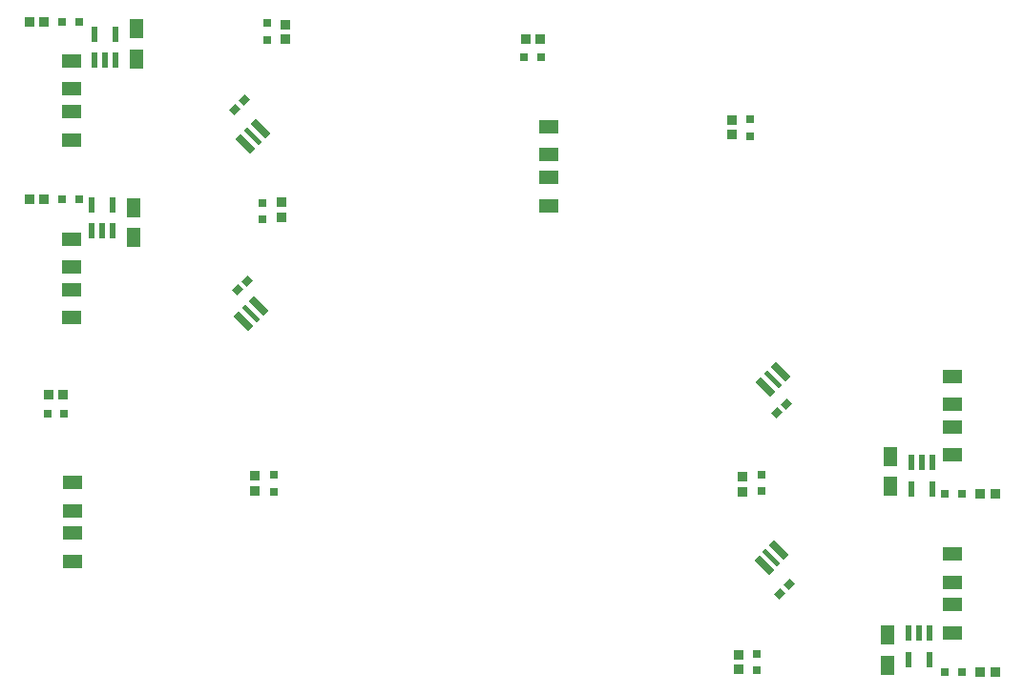
<source format=gbp>
G04*
G04 #@! TF.GenerationSoftware,Altium Limited,Altium Designer,22.10.1 (41)*
G04*
G04 Layer_Color=128*
%FSTAX24Y24*%
%MOIN*%
G70*
G04*
G04 #@! TF.SameCoordinates,A34DC46A-7450-461F-AC4F-9E147ECCBACE*
G04*
G04*
G04 #@! TF.FilePolarity,Positive*
G04*
G01*
G75*
G04:AMPARAMS|DCode=20|XSize=23.6mil|YSize=74.8mil|CornerRadius=0mil|HoleSize=0mil|Usage=FLASHONLY|Rotation=45.000|XOffset=0mil|YOffset=0mil|HoleType=Round|Shape=Rectangle|*
%AMROTATEDRECTD20*
4,1,4,0.0181,-0.0348,-0.0348,0.0181,-0.0181,0.0348,0.0348,-0.0181,0.0181,-0.0348,0.0*
%
%ADD20ROTATEDRECTD20*%

G04:AMPARAMS|DCode=21|XSize=15.7mil|YSize=74.8mil|CornerRadius=0mil|HoleSize=0mil|Usage=FLASHONLY|Rotation=45.000|XOffset=0mil|YOffset=0mil|HoleType=Round|Shape=Rectangle|*
%AMROTATEDRECTD21*
4,1,4,0.0209,-0.0320,-0.0320,0.0209,-0.0209,0.0320,0.0320,-0.0209,0.0209,-0.0320,0.0*
%
%ADD21ROTATEDRECTD21*%

G04:AMPARAMS|DCode=22|XSize=23.6mil|YSize=29.5mil|CornerRadius=0mil|HoleSize=0mil|Usage=FLASHONLY|Rotation=135.000|XOffset=0mil|YOffset=0mil|HoleType=Round|Shape=Rectangle|*
%AMROTATEDRECTD22*
4,1,4,0.0188,0.0021,-0.0021,-0.0188,-0.0188,-0.0021,0.0021,0.0188,0.0188,0.0021,0.0*
%
%ADD22ROTATEDRECTD22*%

%ADD27R,0.0374X0.0335*%
%ADD37R,0.0236X0.0520*%
%ADD38R,0.0484X0.0709*%
%ADD54R,0.0335X0.0374*%
%ADD68R,0.0315X0.0315*%
%ADD69R,0.0315X0.0315*%
%ADD70R,0.0669X0.0512*%
%ADD71R,0.0315X0.0315*%
D20*
X012324Y023305D02*
D03*
X011795Y022776D02*
D03*
X02992Y008034D02*
D03*
X030449Y008563D02*
D03*
X012274Y017085D02*
D03*
X011745Y016556D02*
D03*
X02997Y014254D02*
D03*
X030499Y014783D02*
D03*
D21*
X01206Y023041D02*
D03*
X030184Y008298D02*
D03*
X01201Y01682D02*
D03*
X030234Y014519D02*
D03*
D22*
X01177Y024301D02*
D03*
X01145Y02398D02*
D03*
X030474Y007038D02*
D03*
X030794Y007358D02*
D03*
X01155Y01766D02*
D03*
X01187Y01798D02*
D03*
X030694Y013679D02*
D03*
X030374Y013358D02*
D03*
D27*
X028791Y0236D02*
D03*
Y023088D02*
D03*
X012137Y011159D02*
D03*
Y010647D02*
D03*
X01321Y026946D02*
D03*
Y026435D02*
D03*
X029034Y004392D02*
D03*
Y004904D02*
D03*
X01306Y020726D02*
D03*
Y020214D02*
D03*
X029184Y010613D02*
D03*
Y011124D02*
D03*
D37*
X007284Y026593D02*
D03*
X006536D02*
D03*
Y025688D02*
D03*
X00691D02*
D03*
X007284D02*
D03*
X03496Y004745D02*
D03*
X035708D02*
D03*
Y005651D02*
D03*
X035334D02*
D03*
X03496D02*
D03*
X007184Y020623D02*
D03*
X006436D02*
D03*
Y019717D02*
D03*
X00681D02*
D03*
X007184D02*
D03*
X03506Y010716D02*
D03*
X035808D02*
D03*
Y011621D02*
D03*
X035434D02*
D03*
X03506D02*
D03*
D38*
X00801Y026791D02*
D03*
Y025725D02*
D03*
X034234Y004548D02*
D03*
Y005614D02*
D03*
X00791Y020536D02*
D03*
Y019504D02*
D03*
X034334Y010803D02*
D03*
Y011834D02*
D03*
D54*
X021585Y026439D02*
D03*
X022096D02*
D03*
X004931Y013998D02*
D03*
X005443D02*
D03*
X004766Y027041D02*
D03*
X004254D02*
D03*
X037478Y004298D02*
D03*
X03799D02*
D03*
X004254Y02082D02*
D03*
X004766D02*
D03*
X03799Y010519D02*
D03*
X037478D02*
D03*
D68*
X021545Y025789D02*
D03*
X022136D02*
D03*
X004892Y013348D02*
D03*
X005482D02*
D03*
X005415Y027041D02*
D03*
X006005D02*
D03*
X036829Y004298D02*
D03*
X036239D02*
D03*
X006005Y02082D02*
D03*
X005415D02*
D03*
X036239Y010519D02*
D03*
X036829D02*
D03*
D69*
X029441Y023634D02*
D03*
Y023044D02*
D03*
X029684Y004353D02*
D03*
Y004943D02*
D03*
X029834Y011214D02*
D03*
Y010623D02*
D03*
D70*
X022409Y023367D02*
D03*
Y020611D02*
D03*
Y022383D02*
D03*
Y021595D02*
D03*
X005756Y010926D02*
D03*
Y00817D02*
D03*
Y009942D02*
D03*
Y009154D02*
D03*
X005729Y025668D02*
D03*
Y022913D02*
D03*
Y024684D02*
D03*
Y023897D02*
D03*
X036515Y00567D02*
D03*
Y008426D02*
D03*
Y006654D02*
D03*
Y007442D02*
D03*
X005729Y017676D02*
D03*
Y018464D02*
D03*
Y016692D02*
D03*
Y019448D02*
D03*
X036515Y013662D02*
D03*
Y012875D02*
D03*
Y014646D02*
D03*
Y011891D02*
D03*
D71*
X012787Y011193D02*
D03*
Y010603D02*
D03*
X01256Y026986D02*
D03*
Y026395D02*
D03*
X01241Y020125D02*
D03*
Y020715D02*
D03*
M02*

</source>
